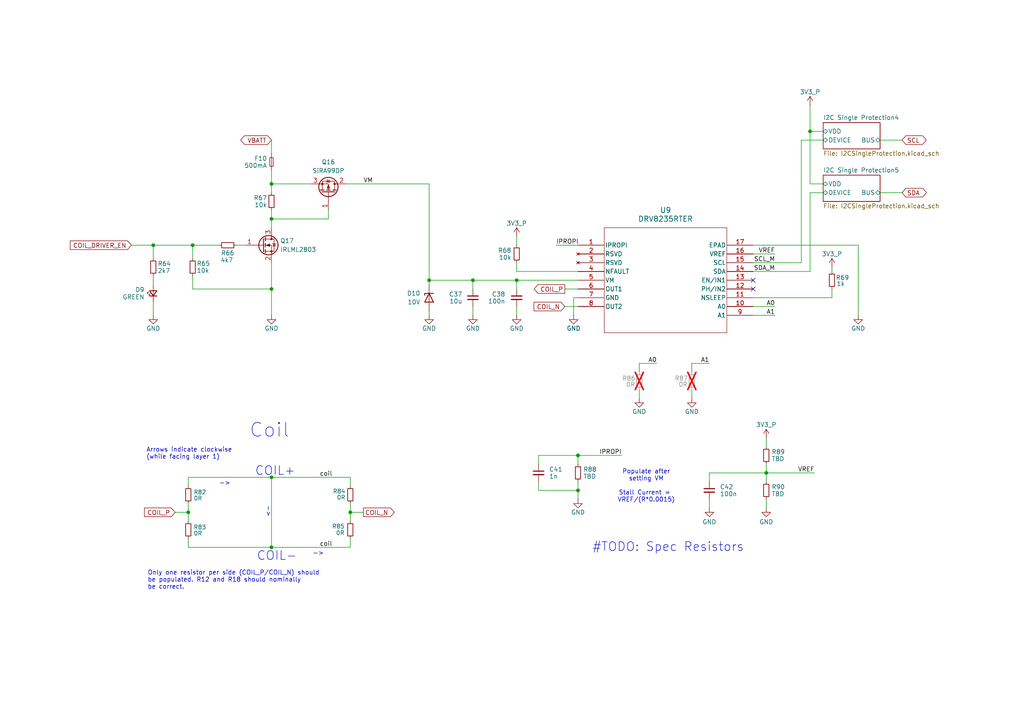
<source format=kicad_sch>
(kicad_sch (version 20250114) (generator "eeschema") (generator_version "9.0")
  (paper "A4")
  (title_block (title "Argus XY Solar Panel") (date "2025-04-20") (rev "v3.1") (company "Carnegie Mellon University") (comment 1 "N. Khera") (comment 2 "V. Rajesh"))
  (lib_symbols
    (symbol "Argus-IC:DRV8235RTER" (pin_names (offset 0.254))
      (property "Reference" "U" (at 25.4 10.16 0))
      (property "Value" "DRV8235RTER" (at 25.4 7.62 0))
      (symbol "DRV8235RTER_0_1"
        (polyline (pts (xy 7.62 5.08) (xy 7.62 -25.4)) (stroke (width 0.127)))
        (polyline (pts (xy 7.62 -25.4) (xy 43.18 -25.4)) (stroke (width 0.127)))
        (polyline (pts (xy 43.18 5.08) (xy 7.62 5.08)) (stroke (width 0.127)))
        (polyline (pts (xy 43.18 -25.4) (xy 43.18 5.08)) (stroke (width 0.127)))
        (pin power_in line (at 0 0 0) (length 7.62) (name "IPROPI") (number "1"))
        (pin no_connect line (at 0 -2.54 0) (length 7.62) (name "RSVD") (number "2"))
        (pin no_connect line (at 0 -5.08 0) (length 7.62) (name "RSVD") (number "3"))
        (pin output line (at 0 -7.62 0) (length 7.62) (name "NFAULT") (number "4"))
        (pin power_in line (at 0 -10.16 0) (length 7.62) (name "VM") (number "5"))
        (pin output line (at 0 -12.7 0) (length 7.62) (name "OUT1") (number "6"))
        (pin power_out line (at 0 -15.24 0) (length 7.62) (name "GND") (number "7"))
        (pin output line (at 0 -17.78 0) (length 7.62) (name "OUT2") (number "8"))
        (pin power_out line (at 50.8 0 180) (length 7.62) (name "EPAD") (number "17"))
        (pin input line (at 50.8 -2.54 180) (length 7.62) (name "VREF") (number "16"))
        (pin input line (at 50.8 -5.08 180) (length 7.62) (name "SCL") (number "15"))
        (pin input line (at 50.8 -7.62 180) (length 7.62) (name "SDA") (number "14"))
        (pin input line (at 50.8 -10.16 180) (length 7.62) (name "EN/IN1") (number "13"))
        (pin input line (at 50.8 -12.7 180) (length 7.62) (name "PH/IN2") (number "12"))
        (pin input line (at 50.8 -15.24 180) (length 7.62) (name "NSLEEP") (number "11"))
        (pin input line (at 50.8 -17.78 180) (length 7.62) (name "A0") (number "10"))
        (pin input line (at 50.8 -20.32 180) (length 7.62) (name "A1") (number "9"))
      )
    )
    (symbol "Argus-IC:IRLML2803" (pin_names (hide yes))
      (property "Reference" "Q23" (at 2.54 1.27 0))
      (property "Value" "IRLML2803" (at 2.54 -1.27 0))
      (symbol "IRLML2803_0_1"
        (polyline (pts (xy -2.286 1.905) (xy -2.286 -1.905)) (stroke (width 0.254)))
        (polyline (pts (xy -2.286 0) (xy -5.08 0)))
        (polyline (pts (xy -1.778 2.286) (xy -1.778 1.27)) (stroke (width 0.254)))
        (polyline (pts (xy -1.778 0.508) (xy -1.778 -0.508)) (stroke (width 0.254)))
        (polyline (pts (xy -1.778 -1.27) (xy -1.778 -2.286)) (stroke (width 0.254)))
        (polyline (pts (xy -1.778 -1.778) (xy 0.762 -1.778) (xy 0.762 1.778) (xy -1.778 1.778)))
        (polyline (pts (xy -1.524 0) (xy -0.508 0.381) (xy -0.508 -0.381) (xy -1.524 0)) (fill (type outline)))
        (circle (center -0.889 0) (radius 2.794) (stroke (width 0.254)))
        (polyline (pts (xy 0 2.54) (xy 0 1.778)))
        (circle (center 0 1.778) (radius 0.254) (fill (type outline)))
        (circle (center 0 -1.778) (radius 0.254) (fill (type outline)))
        (polyline (pts (xy 0 -2.54) (xy 0 0) (xy -1.778 0)))
        (polyline (pts (xy 0.254 0.508) (xy 0.381 0.381) (xy 1.143 0.381) (xy 1.27 0.254)))
        (polyline (pts (xy 0.762 0.381) (xy 0.381 -0.254) (xy 1.143 -0.254) (xy 0.762 0.381)))
      )
      (symbol "IRLML2803_1_1"
        (pin input line (at -7.62 0 0) (length 2.54) (name "G") (number "1"))
        (pin passive line (at 0 5.08 270) (length 2.54) (name "D") (number "3"))
        (pin passive line (at 0 -5.08 90) (length 2.54) (name "S") (number "2"))
      )
    )
    (symbol "Argus-IC:Q_PMOS_GDS" (pin_names (offset 0) (hide yes))
      (property "Reference" "Q" (at 5.08 1.27 0))
      (property "Value" "Q_PMOS_GDS" (at 5.08 -1.27 0))
      (symbol "Q_PMOS_GDS_0_1"
        (polyline (pts (xy 0.254 1.905) (xy 0.254 -1.905)) (stroke (width 0.254)))
        (polyline (pts (xy 0.254 0) (xy -2.54 0)))
        (polyline (pts (xy 0.762 2.286) (xy 0.762 1.27)) (stroke (width 0.254)))
        (polyline (pts (xy 0.762 1.778) (xy 3.302 1.778) (xy 3.302 -1.778) (xy 0.762 -1.778)))
        (polyline (pts (xy 0.762 0.508) (xy 0.762 -0.508)) (stroke (width 0.254)))
        (polyline (pts (xy 0.762 -1.27) (xy 0.762 -2.286)) (stroke (width 0.254)))
        (circle (center 1.651 0) (radius 2.794) (stroke (width 0.254)))
        (polyline (pts (xy 2.286 0) (xy 1.27 0.381) (xy 1.27 -0.381) (xy 2.286 0)) (fill (type outline)))
        (polyline (pts (xy 2.54 2.54) (xy 2.54 1.778)))
        (circle (center 2.54 1.778) (radius 0.254) (fill (type outline)))
        (circle (center 2.54 -1.778) (radius 0.254) (fill (type outline)))
        (polyline (pts (xy 2.54 -2.54) (xy 2.54 0) (xy 0.762 0)))
        (polyline (pts (xy 2.794 -0.508) (xy 2.921 -0.381) (xy 3.683 -0.381) (xy 3.81 -0.254)))
        (polyline (pts (xy 3.302 -0.381) (xy 2.921 0.254) (xy 3.683 0.254) (xy 3.302 -0.381)))
      )
      (symbol "Q_PMOS_GDS_1_1"
        (pin input line (at -5.08 0 0) (length 2.54) (name "G") (number "1"))
        (pin passive line (at 2.54 5.08 270) (length 2.54) (name "D") (number "2"))
        (pin passive line (at 2.54 -5.08 90) (length 2.54) (name "S") (number "3"))
      )
    )
    (symbol "Device:C_Small" (pin_numbers (hide yes)) (pin_names (offset 0.254) (hide yes))
      (property "Reference" "C" (at 0.254 1.778 0))
      (property "Value" "C_Small" (at 0.254 -2.032 0))
      (symbol "C_Small_0_1"
        (polyline (pts (xy -1.524 0.508) (xy 1.524 0.508)) (stroke (width 0.3048)))
        (polyline (pts (xy -1.524 -0.508) (xy 1.524 -0.508)) (stroke (width 0.3302)))
      )
      (symbol "C_Small_1_1"
        (pin passive line (at 0 2.54 270) (length 2.032) (name "~") (number "1"))
        (pin passive line (at 0 -2.54 90) (length 2.032) (name "~") (number "2"))
      )
    )
    (symbol "Device:Fuse_Small" (pin_numbers (hide yes)) (pin_names (offset 0.254) (hide yes))
      (property "Reference" "F" (at 0 -1.524 0))
      (property "Value" "Fuse_Small" (at 0 1.524 0))
      (symbol "Fuse_Small_0_1"
        (rectangle (start -1.27 0.508) (end 1.27 -0.508))
        (polyline (pts (xy -1.27 0) (xy 1.27 0)))
      )
      (symbol "Fuse_Small_1_1"
        (pin passive line (at -2.54 0 0) (length 1.27) (name "~") (number "1"))
        (pin passive line (at 2.54 0 180) (length 1.27) (name "~") (number "2"))
      )
    )
    (symbol "Device:LED_Small" (pin_numbers (hide yes)) (pin_names (offset 0.254) (hide yes))
      (property "Reference" "D" (at -1.27 3.175 0))
      (property "Value" "LED_Small" (at -4.445 -2.54 0))
      (symbol "LED_Small_0_1"
        (polyline (pts (xy -0.762 -1.016) (xy -0.762 1.016)) (stroke (width 0.254)))
        (polyline (pts (xy 0 0.762) (xy -0.508 1.27) (xy -0.254 1.27) (xy -0.508 1.27) (xy -0.508 1.016)))
        (polyline (pts (xy 0.508 1.27) (xy 0 1.778) (xy 0.254 1.778) (xy 0 1.778) (xy 0 1.524)))
        (polyline (pts (xy 0.762 -1.016) (xy -0.762 0) (xy 0.762 1.016) (xy 0.762 -1.016)) (stroke (width 0.254)))
        (polyline (pts (xy 1.016 0) (xy -0.762 0)))
      )
      (symbol "LED_Small_1_1"
        (pin passive line (at -2.54 0 0) (length 1.778) (name "K") (number "1"))
        (pin passive line (at 2.54 0 180) (length 1.778) (name "A") (number "2"))
      )
    )
    (symbol "Device:R_Small" (pin_numbers (hide yes)) (pin_names (offset 0.254) (hide yes))
      (property "Reference" "R" (at 0 0 90))
      (property "Value" "R_Small" (at 1.778 0 90))
      (symbol "R_Small_0_1"
        (rectangle (start -0.762 1.778) (end 0.762 -1.778) (stroke (width 0.2032)))
      )
      (symbol "R_Small_1_1"
        (pin passive line (at 0 2.54 270) (length 0.762) (name "~") (number "1"))
        (pin passive line (at 0 -2.54 90) (length 0.762) (name "~") (number "2"))
      )
    )
    (symbol "Diode:PTVS10VZ1USK" (pin_numbers (hide yes)) (pin_names (hide yes))
      (property "Reference" "D" (at 0 2.54 0))
      (property "Value" "PTVS10VZ1USK" (at 0 -2.54 0))
      (symbol "PTVS10VZ1USK_0_1"
        (polyline (pts (xy -1.27 -1.27) (xy -1.27 1.27) (xy -0.762 1.27)) (stroke (width 0.254)))
        (polyline (pts (xy 1.27 0) (xy -1.27 0)))
        (polyline (pts (xy 1.27 -1.27) (xy 1.27 1.27) (xy -1.27 0) (xy 1.27 -1.27)) (stroke (width 0.254)))
      )
      (symbol "PTVS10VZ1USK_1_1"
        (pin passive line (at -3.81 0 0) (length 2.54) (name "K") (number "1"))
        (pin passive line (at 3.81 0 180) (length 2.54) (name "A") (number "2"))
      )
    )
    (symbol "power:+3.3V" (power) (pin_numbers (hide yes)) (pin_names (offset 0) (hide yes))
      (property "Value" "+3.3V" (at 0 3.556 0))
      (symbol "+3.3V_0_1"
        (polyline (pts (xy -0.762 1.27) (xy 0 2.54)))
        (polyline (pts (xy 0 2.54) (xy 0.762 1.27)))
        (polyline (pts (xy 0 0) (xy 0 2.54)))
      )
      (symbol "+3.3V_1_1"
        (pin power_in line (at 0 0 90) (length 0) (name "~") (number "1"))
      )
    )
    (symbol "power:GND" (power) (pin_numbers (hide yes)) (pin_names (offset 0) (hide yes))
      (property "Value" "GND" (at 0 -3.81 0))
      (symbol "GND_0_1"
        (polyline (pts (xy 0 0) (xy 0 -1.27) (xy 1.27 -1.27) (xy 0 -2.54) (xy -1.27 -1.27) (xy 0 -1.27)))
      )
      (symbol "GND_1_1"
        (pin power_in line (at 0 0 270) (length 0) (name "~") (number "1"))
      )
    )
  )
  (text "COIL+" (at 73.914 138.176 0) (effects (font (size 2.54 2.54)) (justify left bottom)))
  (text "Coil" (at 72.263 127.254 0) (effects (font (size 4 4)) (justify left bottom)))
  (text "->" (at 93.98 161.29 0) (effects (font (size 1.27 1.27)) (justify right bottom)))
  (text "COIL-" (at 74.422 162.814 0) (effects (font (size 2.54 2.54)) (justify left bottom)))
  (text "Only one resistor per side (COIL_P/COIL_N) should \nbe populated. R12 and R18 should nominally \nbe correct." (at 42.799 171.069 0) (effects (font (size 1.27 1.27)) (justify left bottom)))
  (text "<-" (at 78.486 150.114 90) (effects (font (size 1.27 1.27)) (justify left bottom)))
  (text "->" (at 63.5 140.97 0) (effects (font (size 1.27 1.27)) (justify left bottom)))
  (text "#TODO: Spec Resistors" (at 193.802 158.75 0) (effects (font (size 2.54 2.54))))
  (text "Arrows indicate clockwise\n(while facing layer 1)" (at 42.418 133.35 0) (effects (font (size 1.27 1.27)) (justify left bottom)))
  (text "Populate after\nsetting VM\n\nStall Current = \nVREF/(R*0.0015)" (at 187.452 140.97 0) (effects (font (size 1.27 1.27))))
  (junction (at 167.64 132.08))
  (junction (at 55.88 71.12))
  (junction (at 78.74 63.5))
  (junction (at 78.74 83.82))
  (junction (at 101.6 148.59))
  (junction (at 167.64 142.24))
  (junction (at 78.74 158.75))
  (junction (at 124.46 81.28))
  (junction (at 222.25 137.16))
  (junction (at 44.45 71.12))
  (junction (at 54.61 148.59))
  (junction (at 234.95 38.1))
  (junction (at 137.16 81.28))
  (junction (at 78.74 138.43))
  (junction (at 149.86 81.28))
  (junction (at 78.74 53.34))
  (no_connect (at 218.44 83.82))
  (no_connect (at 218.44 81.28))
  (wire (pts (xy 78.74 63.5) (xy 78.74 66.04)) (stroke (width 0.1524)))
  (wire (pts (xy 149.86 78.74) (xy 167.64 78.74)))
  (wire (pts (xy 167.64 132.08) (xy 156.21 132.08)))
  (wire (pts (xy 185.42 105.41) (xy 185.42 107.95)))
  (wire (pts (xy 200.66 105.41) (xy 205.74 105.41)))
  (wire (pts (xy 241.3 78.74) (xy 241.3 77.47)))
  (wire (pts (xy 101.6 146.05) (xy 101.6 148.59)))
  (wire (pts (xy 44.45 71.12) (xy 44.45 74.93)) (stroke (width 0.1524)))
  (wire (pts (xy 218.44 91.44) (xy 224.79 91.44)))
  (wire (pts (xy 54.61 156.21) (xy 54.61 158.75)))
  (wire (pts (xy 238.76 53.34) (xy 234.95 53.34)))
  (wire (pts (xy 149.86 81.28) (xy 167.64 81.28)))
  (wire (pts (xy 137.16 81.28) (xy 149.86 81.28)))
  (wire (pts (xy 222.25 137.16) (xy 236.22 137.16)))
  (wire (pts (xy 222.25 134.62) (xy 222.25 137.16)))
  (wire (pts (xy 218.44 71.12) (xy 248.92 71.12)))
  (wire (pts (xy 234.95 55.88) (xy 238.76 55.88)))
  (wire (pts (xy 78.74 138.43) (xy 101.6 138.43)))
  (wire (pts (xy 55.88 71.12) (xy 63.5 71.12)) (stroke (width 0.1524)))
  (wire (pts (xy 137.16 81.28) (xy 137.16 83.82)))
  (wire (pts (xy 156.21 132.08) (xy 156.21 134.62)))
  (wire (pts (xy 222.25 127) (xy 222.25 129.54)))
  (wire (pts (xy 78.74 60.96) (xy 78.74 63.5)))
  (wire (pts (xy 234.95 38.1) (xy 234.95 53.34)))
  (wire (pts (xy 248.92 71.12) (xy 248.92 91.44)))
  (wire (pts (xy 78.74 63.5) (xy 95.25 63.5)) (stroke (width 0.1524)))
  (wire (pts (xy 200.66 105.41) (xy 200.66 107.95)))
  (wire (pts (xy 218.44 76.2) (xy 232.41 76.2)))
  (wire (pts (xy 161.29 71.12) (xy 167.64 71.12)))
  (wire (pts (xy 205.74 137.16) (xy 205.74 139.7)))
  (wire (pts (xy 222.25 144.78) (xy 222.25 147.32)))
  (wire (pts (xy 149.86 88.9) (xy 149.86 91.44)))
  (wire (pts (xy 163.83 83.82) (xy 167.64 83.82)))
  (wire (pts (xy 124.46 81.28) (xy 137.16 81.28)))
  (wire (pts (xy 78.74 53.34) (xy 90.17 53.34)) (stroke (width 0.1524)))
  (wire (pts (xy 54.61 148.59) (xy 54.61 151.13)))
  (wire (pts (xy 205.74 137.16) (xy 222.25 137.16)))
  (wire (pts (xy 78.74 76.2) (xy 78.74 83.82)))
  (wire (pts (xy 149.86 68.58) (xy 149.86 71.12)))
  (wire (pts (xy 78.74 138.43) (xy 78.74 158.75)))
  (wire (pts (xy 167.64 132.08) (xy 180.34 132.08)))
  (wire (pts (xy 156.21 139.7) (xy 156.21 142.24)))
  (wire (pts (xy 232.41 76.2) (xy 232.41 40.64)))
  (wire (pts (xy 163.83 88.9) (xy 167.64 88.9)))
  (wire (pts (xy 78.74 91.44) (xy 78.74 83.82)))
  (wire (pts (xy 78.74 53.34) (xy 78.74 55.88)))
  (wire (pts (xy 55.88 83.82) (xy 55.88 80.01)))
  (wire (pts (xy 101.6 148.59) (xy 101.6 151.13)))
  (wire (pts (xy 218.44 78.74) (xy 234.95 78.74)))
  (wire (pts (xy 137.16 88.9) (xy 137.16 91.44)))
  (wire (pts (xy 149.86 76.2) (xy 149.86 78.74)))
  (wire (pts (xy 105.41 148.59) (xy 101.6 148.59)))
  (wire (pts (xy 167.64 139.7) (xy 167.64 142.24)))
  (wire (pts (xy 54.61 138.43) (xy 78.74 138.43)))
  (wire (pts (xy 149.86 81.28) (xy 149.86 83.82)))
  (wire (pts (xy 200.66 113.03) (xy 200.66 115.57)))
  (wire (pts (xy 166.37 86.36) (xy 166.37 91.44)))
  (wire (pts (xy 101.6 138.43) (xy 101.6 140.97)))
  (wire (pts (xy 68.58 71.12) (xy 71.12 71.12)))
  (wire (pts (xy 44.45 71.12) (xy 55.88 71.12)) (stroke (width 0.1524)))
  (wire (pts (xy 44.45 91.44) (xy 44.45 87.63)))
  (wire (pts (xy 234.95 38.1) (xy 238.76 38.1)))
  (wire (pts (xy 50.8 148.59) (xy 54.61 148.59)))
  (wire (pts (xy 95.25 63.5) (xy 95.25 60.96)) (stroke (width 0.1524)))
  (wire (pts (xy 78.74 158.75) (xy 101.6 158.75)))
  (wire (pts (xy 255.27 40.64) (xy 261.62 40.64)))
  (wire (pts (xy 222.25 137.16) (xy 222.25 139.7)))
  (wire (pts (xy 218.44 88.9) (xy 224.79 88.9)))
  (wire (pts (xy 78.74 49.53) (xy 78.74 53.34)) (stroke (width 0.1524)))
  (wire (pts (xy 54.61 158.75) (xy 78.74 158.75)))
  (wire (pts (xy 54.61 138.43) (xy 54.61 140.97)))
  (wire (pts (xy 124.46 91.44) (xy 124.46 90.17)))
  (wire (pts (xy 185.42 113.03) (xy 185.42 115.57)))
  (wire (pts (xy 205.74 144.78) (xy 205.74 147.32)))
  (wire (pts (xy 167.64 142.24) (xy 167.64 144.78)))
  (wire (pts (xy 100.33 53.34) (xy 124.46 53.34)))
  (wire (pts (xy 255.27 55.88) (xy 261.62 55.88)))
  (wire (pts (xy 55.88 83.82) (xy 78.74 83.82)))
  (wire (pts (xy 124.46 82.55) (xy 124.46 81.28)))
  (wire (pts (xy 218.44 86.36) (xy 241.3 86.36)))
  (wire (pts (xy 101.6 156.21) (xy 101.6 158.75)))
  (wire (pts (xy 167.64 132.08) (xy 167.64 134.62)))
  (wire (pts (xy 44.45 80.01) (xy 44.45 82.55)))
  (wire (pts (xy 54.61 146.05) (xy 54.61 148.59)))
  (wire (pts (xy 78.74 40.64) (xy 78.74 44.45)))
  (wire (pts (xy 185.42 105.41) (xy 190.5 105.41)))
  (wire (pts (xy 232.41 40.64) (xy 238.76 40.64)))
  (wire (pts (xy 234.95 78.74) (xy 234.95 55.88)))
  (wire (pts (xy 44.45 71.12) (xy 38.1 71.12)) (stroke (width 0.1524)))
  (wire (pts (xy 234.95 30.48) (xy 234.95 38.1)))
  (wire (pts (xy 55.88 71.12) (xy 55.88 74.93)) (stroke (width 0.1524)))
  (wire (pts (xy 124.46 81.28) (xy 124.46 53.34)))
  (wire (pts (xy 156.21 142.24) (xy 167.64 142.24)))
  (wire (pts (xy 167.64 86.36) (xy 166.37 86.36)))
  (wire (pts (xy 218.44 73.66) (xy 224.79 73.66)))
  (wire (pts (xy 241.3 83.82) (xy 241.3 86.36)))
  (label "A1" (at 205.74 105.41 180))
  (label "coil" (at 92.71 158.75 0))
  (label "VREF" (at 224.79 73.66 180))
  (label "SDA_M" (at 224.79 78.74 180))
  (label "A1" (at 224.79 91.44 180))
  (label "IPROPI" (at 161.29 71.12 0))
  (label "SCL_M" (at 224.79 76.2 180))
  (label "VM" (at 105.41 53.34 0))
  (label "VREF" (at 236.22 137.16 180))
  (label "A0" (at 224.79 88.9 180))
  (label "A0" (at 190.5 105.41 180))
  (label "IPROPI" (at 180.34 132.08 180))
  (label "coil" (at 92.71 138.43 0))
  (global_label "SCL" (shape bidirectional) (at 261.62 40.64 0) (property "Intersheetrefs" "${INTERSHEET_REFS}" (effects (hide yes))))
  (global_label "COIL_P" (shape output) (at 163.83 83.82 180) (property "Intersheetrefs" "${INTERSHEET_REFS}" (effects (hide yes))))
  (global_label "SDA" (shape bidirectional) (at 261.62 55.88 0) (property "Intersheetrefs" "${INTERSHEET_REFS}" (effects (hide yes))))
  (global_label "VBATT" (shape bidirectional) (at 78.74 40.64 180) (property "Intersheetrefs" "${INTERSHEET_REFS}" (effects (hide yes))))
  (global_label "COIL_DRIVER_EN" (shape input) (at 38.1 71.12 180) (property "Intersheetrefs" "${INTERSHEET_REFS}" (effects (hide yes))))
  (global_label "COIL_P" (shape input) (at 50.8 148.59 180) (property "Intersheetrefs" "${INTERSHEET_REFS}" (effects (hide yes))))
  (global_label "COIL_N" (shape output) (at 105.41 148.59 0) (property "Intersheetrefs" "${INTERSHEET_REFS}" (effects (hide yes))))
  (global_label "COIL_N" (shape input) (at 163.83 88.9 180) (property "Intersheetrefs" "${INTERSHEET_REFS}" (effects (hide yes))))
  (symbol (lib_id "Device:R_Small") (at 222.25 132.08 0) (unit 1)
    (property "Reference" "R89" (at 223.774 131.064 0) (effects (justify left)))
    (property "Value" "TBD" (at 223.774 133.096 0) (effects (justify left)))
    (property "Footprint" "Resistor_SMD:R_0603_1608Metric" (effects (hide yes)))
    (property "Description" "Resistor, small symbol" (effects (hide yes)))
  )
  (symbol (lib_id "Argus-IC:Q_PMOS_GDS") (at 95.25 55.88 270) (mirror x) (unit 1)
    (property "Reference" "Q16" (at 95.25 46.99 90))
    (property "Value" "SiRA99DP" (at 95.25 49.53 90))
    (property "Footprint" "Argus-Miscellaneous:PowerPAK SO-8" (effects (hide yes)))
    (property "Description" "P-MOSFET transistor, gate/drain/source" (effects (hide yes)))
  )
  (symbol (lib_id "Device:R_Small") (at 200.66 110.49 0) (mirror x) (unit 1) (dnp yes)
    (property "Reference" "R87" (at 197.612 109.728 0))
    (property "Value" "0R" (at 198.12 111.506 0))
    (property "Footprint" "Resistor_SMD:R_0603_1608Metric" (effects (hide yes)))
    (property "Description" "Resistor, small symbol" (effects (hide yes)))
  )
  (symbol (lib_id "power:+3.3V") (at 149.86 68.58 0) (unit 1)
    (property "Reference" "#PWR064" (effects (hide yes)))
    (property "Value" "3V3_P" (at 149.86 64.77 0))
    (property "Description" "Power symbol creates a global label with name \"+3.3V\"" (effects (hide yes)))
  )
  (symbol (lib_id "power:GND") (at 149.86 91.44 0) (mirror y) (unit 1)
    (property "Reference" "#PWR028" (effects (hide yes)))
    (property "Value" "GND" (at 149.86 95.25 0))
    (property "Description" "Power symbol creates a global label with name \"GND\" , ground" (effects (hide yes)))
  )
  (symbol (lib_id "Argus-IC:DRV8235RTER") (at 167.64 71.12 0) (unit 1)
    (property "Reference" "U9" (at 193.04 60.96 0) (effects (font (size 1.524 1.524))))
    (property "Value" "DRV8235RTER" (at 193.04 63.5 0) (effects (font (size 1.524 1.524))))
    (property "Footprint" "Argus-IC:WQFN16_RTE_TEX" (effects (hide yes)))
    (property "Datasheet" "DRV8235RTER" (effects (hide yes)))
  )
  (symbol (lib_id "Device:R_Small") (at 44.45 77.47 0) (unit 1)
    (property "Reference" "R64" (at 45.72 77.216 0) (effects (justify left bottom)))
    (property "Value" "2k7" (at 45.72 79.248 0) (effects (justify left bottom)))
    (property "Footprint" "Resistor_SMD:R_0603_1608Metric" (effects (hide yes)))
    (property "Description" "Resistor, small symbol" (effects (hide yes)))
    (property "DIS" "Digi-Key" (effects (hide yes)))
    (property "DPN" "A129693CT-ND" (effects (hide yes)))
    (property "MFR" "TE" (effects (hide yes)))
    (property "MPN" "CRGCQ0603F2K7" (effects (hide yes)))
  )
  (symbol (lib_id "Device:R_Small") (at 78.74 58.42 0) (mirror x) (unit 1)
    (property "Reference" "R67" (at 77.47 57.404 0) (effects (justify right)))
    (property "Value" "10k" (at 77.47 59.436 0) (effects (justify right)))
    (property "Footprint" "Resistor_SMD:R_0603_1608Metric" (effects (hide yes)))
    (property "Description" "Resistor, small symbol" (effects (hide yes)))
    (property "DIS" "Digi-Key" (effects (hide yes)))
    (property "DPN" "311-10.0KHRCT-ND" (effects (hide yes)))
    (property "MFR" "Yageo" (effects (hide yes)))
    (property "MPN" "RC0603FR-0710KL" (effects (hide yes)))
  )
  (symbol (lib_id "power:GND") (at 78.74 91.44 0) (mirror y) (unit 1)
    (property "Reference" "#GND02" (effects (hide yes)))
    (property "Value" "GND" (at 78.74 95.25 0))
    (property "Description" "Power symbol creates a global label with name \"GND\" , ground" (effects (hide yes)))
  )
  (symbol (lib_id "power:+3.3V") (at 222.25 127 0) (unit 1)
    (property "Reference" "#PWR069" (effects (hide yes)))
    (property "Value" "3V3_P" (at 222.25 123.19 0))
    (property "Description" "Power symbol creates a global label with name \"+3.3V\"" (effects (hide yes)))
  )
  (symbol (lib_id "Device:Fuse_Small") (at 78.74 46.99 270) (mirror x) (unit 1)
    (property "Reference" "F10" (at 77.47 45.974 90) (effects (justify right)))
    (property "Value" "500mA" (at 77.47 48.006 90) (effects (justify right)))
    (property "Footprint" "Fuse:Fuse_0603_1608Metric" (effects (hide yes)))
    (property "Description" "Fuse, small symbol" (effects (hide yes)))
  )
  (symbol (lib_id "power:GND") (at 166.37 91.44 0) (unit 1)
    (property "Reference" "#PWR029" (effects (hide yes)))
    (property "Value" "GND" (at 166.37 95.25 0))
    (property "Description" "Power symbol creates a global label with name \"GND\" , ground" (effects (hide yes)))
  )
  (symbol (lib_id "Device:R_Small") (at 54.61 143.51 180) (unit 1)
    (property "Reference" "R82" (at 56.134 142.748 0) (effects (font (size 1.2 1.2)) (justify right)))
    (property "Value" "0R" (at 56.134 144.526 0) (effects (font (size 1.2 1.2)) (justify right)))
    (property "Footprint" "Resistor_SMD:R_0603_1608Metric" (effects (hide yes)))
    (property "Description" "Resistor, small symbol" (effects (hide yes)))
  )
  (symbol (lib_id "Device:C_Small") (at 205.74 142.24 0) (unit 1)
    (property "Reference" "C42" (at 208.788 141.224 0) (effects (justify left)))
    (property "Value" "100n" (at 208.788 143.256 0) (effects (justify left)))
    (property "Footprint" "Capacitor_SMD:C_0603_1608Metric" (effects (hide yes)))
    (property "Description" "Unpolarized capacitor, small symbol" (effects (hide yes)))
  )
  (symbol (lib_id "Device:C_Small") (at 149.86 86.36 0) (unit 1)
    (property "Reference" "C38" (at 146.558 85.344 0) (effects (justify right)))
    (property "Value" "100n" (at 146.558 87.376 0) (effects (justify right)))
    (property "Footprint" "Capacitor_SMD:C_0603_1608Metric" (effects (hide yes)))
    (property "Description" "Unpolarized capacitor, small symbol" (effects (hide yes)))
  )
  (symbol (lib_id "Device:R_Small") (at 185.42 110.49 0) (mirror x) (unit 1) (dnp yes)
    (property "Reference" "R86" (at 182.372 109.728 0))
    (property "Value" "0R" (at 182.88 111.506 0))
    (property "Footprint" "Resistor_SMD:R_0603_1608Metric" (effects (hide yes)))
    (property "Description" "Resistor, small symbol" (effects (hide yes)))
  )
  (symbol (lib_id "Diode:PTVS10VZ1USK") (at 124.46 86.36 90) (mirror x) (unit 1)
    (property "Reference" "D10" (at 121.92 85.0899 90) (effects (justify left)))
    (property "Value" "10V" (at 121.92 87.6299 90) (effects (justify left)))
    (property "Footprint" "Diode_SMD:Nexperia_DSN1608-2_1.6x0.8mm" (effects (hide yes)))
    (property "Datasheet" "https://assets.nexperia.com/documents/data-sheet/PTVS10VZ1USK.pdf" (effects (hide yes)))
    (property "Description" "10V, 2000W TVS unidirectional diode, DSN1608-2" (effects (hide yes)))
  )
  (symbol (lib_id "power:GND") (at 205.74 147.32 0) (unit 1)
    (property "Reference" "#PWR036" (effects (hide yes)))
    (property "Value" "GND" (at 205.74 151.384 0))
    (property "Description" "Power symbol creates a global label with name \"GND\" , ground" (effects (hide yes)))
  )
  (symbol (lib_id "power:GND") (at 185.42 115.57 0) (unit 1)
    (property "Reference" "#PWR032" (effects (hide yes)))
    (property "Value" "GND" (at 185.42 119.38 0))
    (property "Description" "Power symbol creates a global label with name \"GND\" , ground" (effects (hide yes)))
  )
  (symbol (lib_id "power:GND") (at 137.16 91.44 0) (mirror y) (unit 1)
    (property "Reference" "#PWR014" (effects (hide yes)))
    (property "Value" "GND" (at 137.16 95.25 0))
    (property "Description" "Power symbol creates a global label with name \"GND\" , ground" (effects (hide yes)))
  )
  (symbol (lib_id "Device:R_Small") (at 101.6 143.51 180) (unit 1)
    (property "Reference" "R84" (at 96.52 142.494 0) (effects (font (size 1.2 1.2)) (justify right)))
    (property "Value" "0R" (at 97.663 144.272 0) (effects (font (size 1.2 1.2)) (justify right)))
    (property "Footprint" "Resistor_SMD:R_0603_1608Metric" (effects (hide yes)))
    (property "Description" "Resistor, small symbol" (effects (hide yes)))
  )
  (symbol (lib_id "Device:R_Small") (at 241.3 81.28 180) (unit 1)
    (property "Reference" "R69" (at 244.348 80.518 0))
    (property "Value" "1k" (at 243.84 82.296 0))
    (property "Footprint" "Resistor_SMD:R_0603_1608Metric" (effects (hide yes)))
    (property "Description" "Resistor, small symbol" (effects (hide yes)))
  )
  (symbol (lib_id "power:GND") (at 248.92 91.44 0) (unit 1)
    (property "Reference" "#PWR042" (effects (hide yes)))
    (property "Value" "GND" (at 248.92 95.25 0))
    (property "Description" "Power symbol creates a global label with name \"GND\" , ground" (effects (hide yes)))
  )
  (symbol (lib_id "Argus-IC:IRLML2803") (at 78.74 71.12 0) (unit 1)
    (property "Reference" "Q17" (at 81.28 69.85 0) (effects (justify left)))
    (property "Value" "IRLML2803" (at 81.28 72.39 0) (effects (justify left)))
    (property "Footprint" "Package_TO_SOT_SMD:SOT-23" (effects (hide yes)))
  )
  (symbol (lib_id "Device:R_Small") (at 149.86 73.66 0) (mirror y) (unit 1)
    (property "Reference" "R68" (at 148.336 72.644 0) (effects (justify left)))
    (property "Value" "10k" (at 148.336 74.676 0) (effects (justify left)))
    (property "Footprint" "Resistor_SMD:R_0603_1608Metric" (effects (hide yes)))
    (property "Description" "Resistor, small symbol" (effects (hide yes)))
  )
  (symbol (lib_id "Device:R_Small") (at 54.61 153.67 180) (unit 1)
    (property "Reference" "R83" (at 56.134 152.908 0) (effects (font (size 1.2 1.2)) (justify right)))
    (property "Value" "0R" (at 56.134 154.686 0) (effects (font (size 1.2 1.2)) (justify right)))
    (property "Footprint" "Resistor_SMD:R_0603_1608Metric" (effects (hide yes)))
    (property "Description" "Resistor, small symbol" (effects (hide yes)))
  )
  (symbol (lib_id "power:+3.3V") (at 234.95 30.48 0) (unit 1)
    (property "Reference" "#PWR066" (effects (hide yes)))
    (property "Value" "3V3_P" (at 234.95 26.67 0))
    (property "Description" "Power symbol creates a global label with name \"+3.3V\"" (effects (hide yes)))
  )
  (symbol (lib_id "Device:C_Small") (at 156.21 137.16 0) (unit 1)
    (property "Reference" "C41" (at 159.258 136.144 0) (effects (justify left)))
    (property "Value" "1n" (at 159.258 138.176 0) (effects (justify left)))
    (property "Footprint" "Capacitor_SMD:C_0603_1608Metric" (effects (hide yes)))
    (property "Description" "Unpolarized capacitor, small symbol" (effects (hide yes)))
  )
  (symbol (lib_id "Device:R_Small") (at 66.04 71.12 90) (unit 1)
    (property "Reference" "R66" (at 66.04 73.406 90))
    (property "Value" "4k7" (at 65.786 75.438 90))
    (property "Footprint" "Resistor_SMD:R_0603_1608Metric" (effects (hide yes)))
    (property "Description" "Resistor, small symbol" (effects (hide yes)))
  )
  (symbol (lib_id "power:GND") (at 44.45 91.44 0) (mirror y) (unit 1)
    (property "Reference" "#GND01" (effects (hide yes)))
    (property "Value" "GND" (at 44.45 95.25 0))
    (property "Description" "Power symbol creates a global label with name \"GND\" , ground" (effects (hide yes)))
  )
  (symbol (lib_id "Device:R_Small") (at 101.6 153.67 180) (unit 1)
    (property "Reference" "R85" (at 96.266 152.654 0) (effects (font (size 1.2 1.2)) (justify right)))
    (property "Value" "0R" (at 97.409 154.559 0) (effects (font (size 1.2 1.2)) (justify right)))
    (property "Footprint" "Resistor_SMD:R_0603_1608Metric" (effects (hide yes)))
    (property "Description" "Resistor, small symbol" (effects (hide yes)))
  )
  (symbol (lib_id "Device:LED_Small") (at 44.45 85.09 90) (unit 1)
    (property "Reference" "D9" (at 41.91 83.312 90) (effects (justify left bottom)))
    (property "Value" "GREEN" (at 41.91 86.868 90) (effects (justify left top)))
    (property "Footprint" "LED_SMD:LED_0603_1608Metric" (effects (hide yes)))
    (property "Description" "Light emitting diode, small symbol" (effects (hide yes)))
    (property "DIS" "Digi-Key" (effects (hide yes)))
    (property "DPN" "1830-1064-1-ND" (effects (hide yes)))
    (property "MFR" "Inolux" (effects (hide yes)))
    (property "MPN" "IN-S63AT5A" (effects (hide yes)))
    (property "Sim.Pin" "1=K 2=A" (effects (hide yes)))
  )
  (symbol (lib_id "Device:R_Small") (at 55.88 77.47 180) (unit 1)
    (property "Reference" "R65" (at 60.96 75.692 0) (effects (justify left bottom)))
    (property "Value" "10k" (at 60.706 77.724 0) (effects (justify left bottom)))
    (property "Footprint" "Resistor_SMD:R_0603_1608Metric" (effects (hide yes)))
    (property "Description" "Resistor, small symbol" (effects (hide yes)))
    (property "DIS" "Digi-Key" (effects (hide yes)))
    (property "DPN" "311-10.0KHRCT-ND" (effects (hide yes)))
    (property "MFR" "Yageo" (effects (hide yes)))
    (property "MPN" "RC0603FR-0710KL" (effects (hide yes)))
  )
  (symbol (lib_id "power:GND") (at 124.46 91.44 0) (mirror y) (unit 1)
    (property "Reference" "#PWR044" (effects (hide yes)))
    (property "Value" "GND" (at 124.46 95.25 0))
    (property "Description" "Power symbol creates a global label with name \"GND\" , ground" (effects (hide yes)))
  )
  (symbol (lib_id "power:GND") (at 200.66 115.57 0) (unit 1)
    (property "Reference" "#PWR035" (effects (hide yes)))
    (property "Value" "GND" (at 200.66 119.38 0))
    (property "Description" "Power symbol creates a global label with name \"GND\" , ground" (effects (hide yes)))
  )
  (symbol (lib_id "power:+3.3V") (at 241.3 77.47 0) (unit 1)
    (property "Reference" "#PWR065" (effects (hide yes)))
    (property "Value" "3V3_P" (at 241.3 73.66 0))
    (property "Description" "Power symbol creates a global label with name \"+3.3V\"" (effects (hide yes)))
  )
  (symbol (lib_id "power:GND") (at 222.25 147.32 0) (unit 1)
    (property "Reference" "#PWR039" (effects (hide yes)))
    (property "Value" "GND" (at 222.25 151.384 0))
    (property "Description" "Power symbol creates a global label with name \"GND\" , ground" (effects (hide yes)))
  )
  (symbol (lib_id "power:GND") (at 167.64 144.78 0) (unit 1)
    (property "Reference" "#PWR015" (effects (hide yes)))
    (property "Value" "GND" (at 167.64 148.59 0))
    (property "Description" "Power symbol creates a global label with name \"GND\" , ground" (effects (hide yes)))
  )
  (symbol (lib_id "Device:C_Small") (at 137.16 86.36 0) (unit 1)
    (property "Reference" "C37" (at 134.112 85.344 0) (effects (justify right)))
    (property "Value" "10u" (at 134.112 87.376 0) (effects (justify right)))
    (property "Footprint" "Capacitor_SMD:C_1210_3225Metric" (effects (hide yes)))
    (property "Description" "Unpolarized capacitor, small symbol" (effects (hide yes)))
  )
  (symbol (lib_id "Device:R_Small") (at 222.25 142.24 0) (unit 1)
    (property "Reference" "R90" (at 223.774 141.224 0) (effects (justify left)))
    (property "Value" "TBD" (at 223.774 143.256 0) (effects (justify left)))
    (property "Footprint" "Resistor_SMD:R_0603_1608Metric" (effects (hide yes)))
    (property "Description" "Resistor, small symbol" (effects (hide yes)))
  )
  (symbol (lib_id "Device:R_Small") (at 167.64 137.16 0) (unit 1)
    (property "Reference" "R88" (at 169.164 136.144 0) (effects (justify left)))
    (property "Value" "TBD" (at 169.164 138.176 0) (effects (justify left)))
    (property "Footprint" "Resistor_SMD:R_0603_1608Metric" (effects (hide yes)))
    (property "Description" "Resistor, small symbol" (effects (hide yes)))
  )
  (sheet (at 238.76 35.56) (size 16.51 7.62) (stroke (width 0.1524))
    (property "Sheetname" "I2C Single Protection4" (at 238.76 34.8484 0) (effects (justify left bottom)))
    (property "Sheetfile" "I2CSingleProtection.kicad_sch" (at 238.76 43.7646 0) (effects (justify left top)))
    (pin "DEVICE" bidirectional (at 238.76 40.64 180))
    (pin "BUS" bidirectional (at 255.27 40.64 0))
    (pin "VDD" bidirectional (at 238.76 38.1 180))
  )
  (sheet (at 238.76 50.8) (size 16.51 7.62) (stroke (width 0.1524))
    (property "Sheetname" "I2C Single Protection5" (at 238.76 50.0884 0) (effects (justify left bottom)))
    (property "Sheetfile" "I2CSingleProtection.kicad_sch" (at 238.76 59.0046 0) (effects (justify left top)))
    (pin "DEVICE" bidirectional (at 238.76 55.88 180))
    (pin "BUS" bidirectional (at 255.27 55.88 0))
    (pin "VDD" bidirectional (at 238.76 53.34 180))
  )
)
</source>
